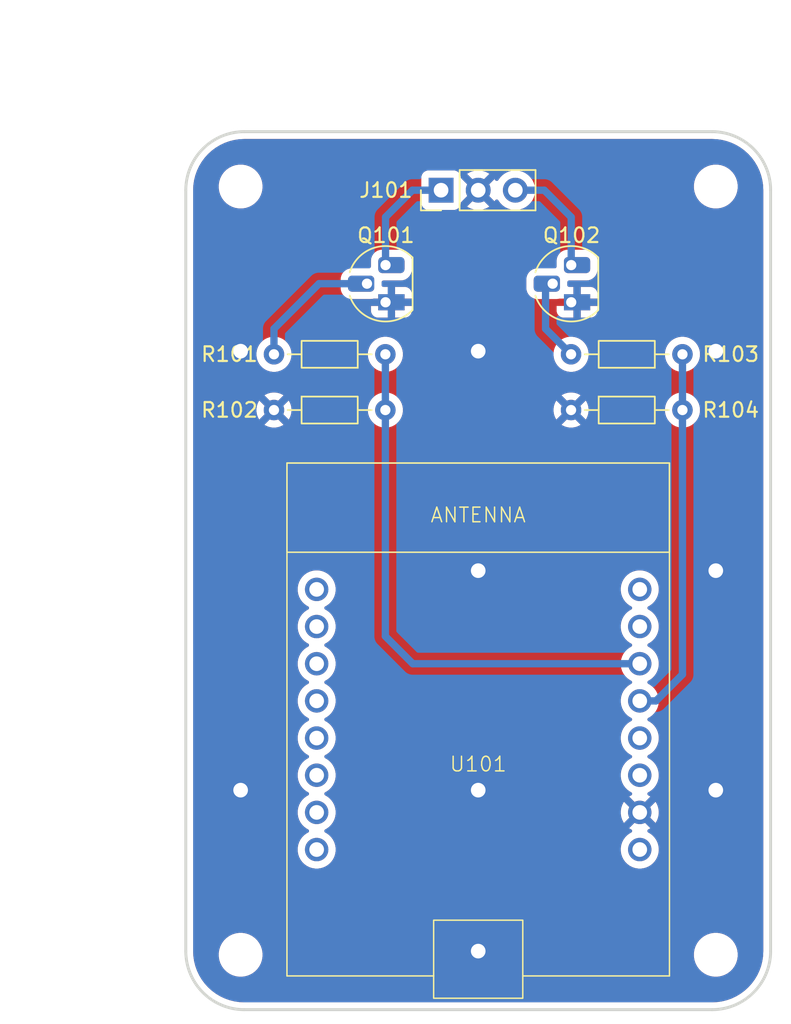
<source format=kicad_pcb>
(kicad_pcb (version 20241229) (generator "pcbnew") (generator_version "9.0")
  (layers (0 "F.Cu" signal) (2 "B.Cu" signal) (13 "F.Paste" user) (15 "B.Paste" user) (5 "F.SilkS" user "F.Silkscreen") (7 "B.SilkS" user "B.Silkscreen") (1 "F.Mask" user) (3 "B.Mask" user) (25 "Edge.Cuts" user))
  (net 0 "")
  (net 1 "/B_Button")
  (net 2 "GND")
  (net 3 "/A_Button")
  (net 4 "/D2")
  (net 8 "+5V")
  (net 10 "+3V3")
  (net 16 "/D1")
  (net 19 "/A_BASE")
  (net 20 "/B_BASE")
  (footprint "MountingHole:MountingHole_2.5mm" (layer "F.Cu") (at 131.75 127.75)
    (property "Reference" "H103" (hide yes))
    (property "Value" "MountingHole")
  )
  (footprint "nanolab_hw_library:ESP" (layer "F.Cu") (at 148 115.2255)
    (property "Reference" "U101")
    (property "Value" "~")
  )
  (footprint "Resistor_THT:R_Axial_DIN0204_L3.6mm_D1.6mm_P7.62mm_Horizontal" (layer "F.Cu") (at 134.03 90.524)
    (property "Reference" "R102")
    (property "Value" "10k")
  )
  (footprint "Package_TO_SOT_THT:TO-92L_HandSolder" (layer "F.Cu") (at 141.662 83.158 90)
    (property "Reference" "Q101")
    (property "Value" "Q_NPN_EBC")
  )
  (footprint "MountingHole:MountingHole_2.5mm" (layer "F.Cu") (at 164.25 127.75)
    (property "Reference" "H104" (hide yes))
    (property "Value" "MountingHole")
  )
  (footprint "Resistor_THT:R_Axial_DIN0204_L3.6mm_D1.6mm_P7.62mm_Horizontal" (layer "F.Cu") (at 141.65 86.714 180)
    (property "Reference" "R101")
    (property "Value" "10k")
  )
  (footprint "MountingHole:MountingHole_2.5mm" (layer "F.Cu") (at 164.25 75.25)
    (property "Reference" "H102" (hide yes))
    (property "Value" "MountingHole")
  )
  (footprint "LOGO" (layer "F.Cu") (at 131.524 101.446 -90)
    (property "Reference" "G***" (hide yes))
    (property "Value" "LOGO" (hide yes))
  )
  (footprint "Connector_PinHeader_2.54mm:PinHeader_1x03_P2.54mm_Vertical" (layer "F.Cu") (at 145.46 75.5 90)
    (property "Reference" "J101")
    (property "Value" "Conn_01x03_Pin")
  )
  (footprint "Resistor_THT:R_Axial_DIN0204_L3.6mm_D1.6mm_P7.62mm_Horizontal" (layer "F.Cu") (at 154.35 90.524)
    (property "Reference" "R104")
    (property "Value" "10k")
  )
  (footprint "MountingHole:MountingHole_2.5mm" (layer "F.Cu") (at 131.75 75.25)
    (property "Reference" "H101" (hide yes))
    (property "Value" "MountingHole")
  )
  (footprint "Resistor_THT:R_Axial_DIN0204_L3.6mm_D1.6mm_P7.62mm_Horizontal" (layer "F.Cu") (at 161.97 86.714 180)
    (property "Reference" "R103")
    (property "Value" "10k")
  )
  (footprint "Package_TO_SOT_THT:TO-92L_HandSolder" (layer "F.Cu") (at 154.362 83.158 90)
    (property "Reference" "Q102")
    (property "Value" "Q_NPN_EBC")
  )
  (gr_line (start 128 127.5) (end 128 75.5) (stroke (width 0.2)) (layer "Edge.Cuts"))
  (gr_line (start 164 131.5) (end 132 131.5) (stroke (width 0.2)) (layer "Edge.Cuts"))
  (gr_arc (start 132 131.5) (mid 129.171573 130.328427) (end 128 127.5) (stroke (width 0.2)) (layer "Edge.Cuts"))
  (gr_arc (start 128 75.5) (mid 129.171573 72.671573) (end 132 71.5) (stroke (width 0.2)) (layer "Edge.Cuts"))
  (gr_arc (start 168 127.5) (mid 166.828427 130.328427) (end 164 131.5) (stroke (width 0.2)) (layer "Edge.Cuts"))
  (gr_arc (start 164 71.5) (mid 166.828427 72.671573) (end 168 75.5) (stroke (width 0.2)) (layer "Edge.Cuts"))
  (gr_line (start 168 127.5) (end 168 75.5) (stroke (width 0.2)) (layer "Edge.Cuts"))
  (gr_line (start 132 71.5) (end 164 71.5) (stroke (width 0.2)) (layer "Edge.Cuts"))
  (segment (start 152.5172 75.5) (end 150.54 75.5) (width 0.5) (layer "B.Cu") (net 1))
  (segment (start 154.362 77.3448) (end 152.5172 75.5) (width 0.5) (layer "B.Cu") (net 1))
  (segment (start 154.362 80.618) (end 154.362 77.3448) (width 0.5) (layer "B.Cu") (net 1))
  (via (at 148 116.5) (size 1.6) (drill 1) (layers "F.Cu" "B.Cu") (net 2))
  (via (at 164.25 101.5) (size 1.6) (drill 1) (layers "F.Cu" "B.Cu") (net 2))
  (via (at 148 127.5) (size 1.6) (drill 1) (layers "F.Cu" "B.Cu") (net 2))
  (via (at 131.75 86.5) (size 1.6) (drill 1) (layers "F.Cu" "B.Cu") (net 2))
  (via (at 164.25 86.5) (size 1.6) (drill 1) (layers "F.Cu" "B.Cu") (net 2))
  (via (at 148 101.5) (size 1.6) (drill 1) (layers "F.Cu" "B.Cu") (net 2))
  (via (at 148 86.5) (size 1.6) (drill 1) (layers "F.Cu" "B.Cu") (net 2))
  (via (at 164.25 116.5) (size 1.6) (drill 1) (layers "F.Cu" "B.Cu") (net 2))
  (via (at 131.75 116.5) (size 1.6) (drill 1) (layers "F.Cu" "B.Cu") (net 2))
  (segment (start 141.662 77.338) (end 141.662 80.618) (width 0.5) (layer "B.Cu") (net 3))
  (segment (start 143.5 75.5) (end 141.662 77.338) (width 0.5) (layer "B.Cu") (net 3))
  (segment (start 145.46 75.5) (end 143.5 75.5) (width 0.5) (layer "B.Cu") (net 3))
  (segment (start 161.97 90.524) (end 161.97 86.714) (width 0.5) (layer "B.Cu") (net 4))
  (segment (start 161.97 108.592) (end 160.1625 110.3995) (width 0.5) (layer "B.Cu") (net 4))
  (segment (start 160.1625 110.3995) (end 159.049 110.3995) (width 0.5) (layer "B.Cu") (net 4))
  (segment (start 161.97 90.524) (end 161.97 108.592) (width 0.5) (layer "B.Cu") (net 4))
  (segment (start 159.049 107.8595) (end 143.5255 107.8595) (width 0.5) (layer "B.Cu") (net 16))
  (segment (start 141.65 105.984) (end 141.65 90.524) (width 0.5) (layer "B.Cu") (net 16))
  (segment (start 143.5255 107.8595) (end 141.65 105.984) (width 0.5) (layer "B.Cu") (net 16))
  (segment (start 141.65 90.524) (end 141.65 86.714) (width 0.5) (layer "B.Cu") (net 16))
  (segment (start 134.03 84.97) (end 137.112 81.888) (width 0.5) (layer "B.Cu") (net 19))
  (segment (start 134.03 86.714) (end 134.03 84.97) (width 0.5) (layer "B.Cu") (net 19))
  (segment (start 137.112 81.888) (end 140.392 81.888) (width 0.5) (layer "B.Cu") (net 19))
  (segment (start 154.35 86.714) (end 152.606 84.97) (width 0.5) (layer "B.Cu") (net 20))
  (segment (start 152.606 84.97) (end 152.606 81.888) (width 0.5) (layer "B.Cu") (net 20))
  (segment (start 152.606 81.888) (end 153.092 81.888) (width 0.5) (layer "B.Cu") (net 20))
  (zone (net 2) (net_name "GND") (layers "F.Cu" "B.Cu") (connect_pads (clearance 0.5)) (min_thickness 0.25) (fill yes (thermal_gap 0.5) (thermal_bridge_width 0.5))
    (polygon (pts (xy 127 70.5) (xy 169 70.5) (xy 169 132.5) (xy 127 132.5)))
  )
)
</source>
